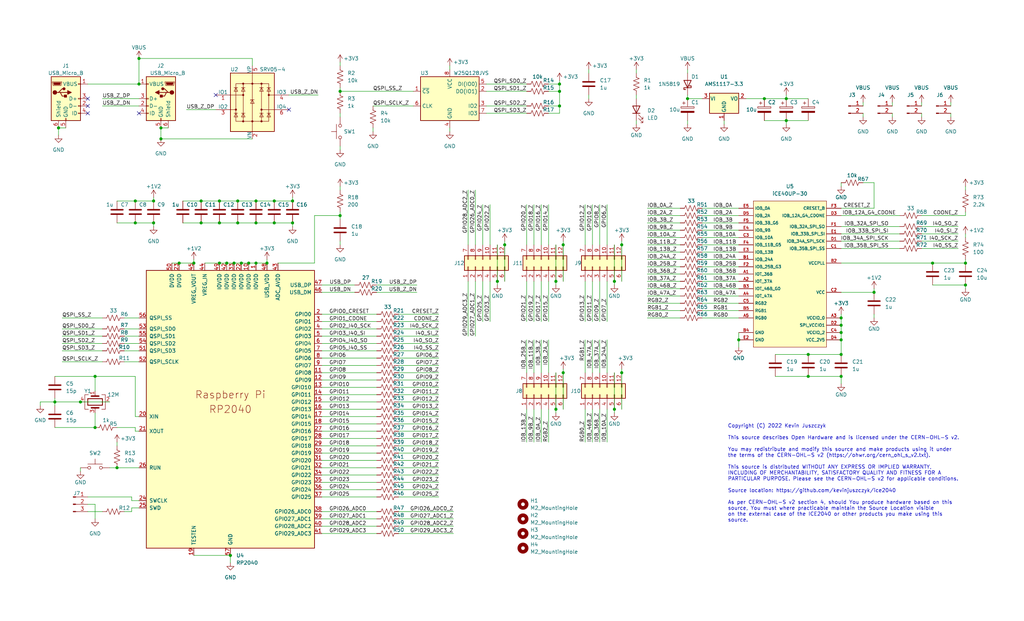
<source format=kicad_sch>
(kicad_sch (version 20211123) (generator eeschema)
  (paper "USLegal")
  (title_block (title "ice2040") (rev "1"))
  (junction (at 19.05 139.7))
  (junction (at 53.34 77.47))
  (junction (at 280.67 130.81))
  (junction (at 82.55 77.47))
  (junction (at 76.2 77.47))
  (junction (at 194.31 29.21))
  (junction (at 256.54 118.11))
  (junction (at 280.67 123.19))
  (junction (at 48.26 20.32))
  (junction (at 95.25 69.85))
  (junction (at 175.26 85.09))
  (junction (at 55.88 48.26))
  (junction (at 78.74 91.44))
  (junction (at 265.43 34.29))
  (junction (at 33.02 148.59))
  (junction (at 88.9 77.47))
  (junction (at 95.25 77.47))
  (junction (at 195.58 85.09))
  (junction (at 40.64 162.56))
  (junction (at 323.85 91.44))
  (junction (at 292.1 130.81))
  (junction (at 118.11 74.93))
  (junction (at 76.2 69.85))
  (junction (at 92.71 91.44))
  (junction (at 86.36 91.44))
  (junction (at 27.94 139.7))
  (junction (at 62.23 91.44))
  (junction (at 48.26 29.21))
  (junction (at 20.32 44.45))
  (junction (at 69.85 77.47))
  (junction (at 335.28 99.06))
  (junction (at 303.53 101.6))
  (junction (at 82.55 69.85))
  (junction (at 213.36 142.24))
  (junction (at 83.82 91.44))
  (junction (at 46.99 77.47))
  (junction (at 194.31 31.75))
  (junction (at 80.01 193.04))
  (junction (at 118.11 31.75))
  (junction (at 213.36 97.79))
  (junction (at 335.28 91.44))
  (junction (at 273.05 41.91))
  (junction (at 194.31 36.83))
  (junction (at 195.58 129.54))
  (junction (at 69.85 69.85))
  (junction (at 292.1 110.49))
  (junction (at 33.02 130.81))
  (junction (at 193.04 97.79))
  (junction (at 292.1 113.03))
  (junction (at 215.9 85.09))
  (junction (at 292.1 118.11))
  (junction (at 101.6 69.85))
  (junction (at 238.76 34.29))
  (junction (at 88.9 91.44))
  (junction (at 292.1 115.57))
  (junction (at 76.2 91.44))
  (junction (at 46.99 69.85))
  (junction (at 81.28 91.44))
  (junction (at 193.04 142.24))
  (junction (at 101.6 77.47))
  (junction (at 273.05 34.29))
  (junction (at 55.88 44.45))
  (junction (at 292.1 123.19))
  (junction (at 172.72 97.79))
  (junction (at 215.9 129.54))
  (junction (at 88.9 69.85))
  (junction (at 67.31 91.44))
  (junction (at 53.34 69.85))
  (no_connect (at 74.93 33.02))
  (no_connect (at 100.33 38.1))
  (no_connect (at 48.26 39.37))
  (no_connect (at 30.48 39.37))
  (no_connect (at 30.48 36.83))
  (no_connect (at 30.48 34.29))
  (wire (pts (xy 48.26 34.29) (xy 35.56 34.29)))
  (wire (pts (xy 111.76 160.02) (xy 130.81 160.02)))
  (wire (pts (xy 299.72 39.37) (xy 299.72 40.64)))
  (wire (pts (xy 190.5 118.11) (xy 190.5 129.54)))
  (wire (pts (xy 82.55 77.47) (xy 88.9 77.47)))
  (wire (pts (xy 46.99 149.86) (xy 46.99 148.59)))
  (wire (pts (xy 224.79 72.39) (xy 236.22 72.39)))
  (wire (pts (xy 238.76 34.29) (xy 243.84 34.29)))
  (wire (pts (xy 152.4 149.86) (xy 138.43 149.86)))
  (wire (pts (xy 303.53 63.5) (xy 299.72 63.5)))
  (wire (pts (xy 292.1 74.93) (xy 312.42 74.93)))
  (wire (pts (xy 208.28 71.12) (xy 208.28 85.09)))
  (wire (pts (xy 130.81 101.6) (xy 144.78 101.6)))
  (wire (pts (xy 152.4 132.08) (xy 138.43 132.08)))
  (wire (pts (xy 185.42 71.12) (xy 185.42 85.09)))
  (wire (pts (xy 185.42 153.67) (xy 185.42 142.24)))
  (wire (pts (xy 213.36 97.79) (xy 213.36 85.09)))
  (wire (pts (xy 157.48 177.8) (xy 138.43 177.8)))
  (wire (pts (xy 46.99 130.81) (xy 33.02 130.81)))
  (wire (pts (xy 265.43 34.29) (xy 273.05 34.29)))
  (wire (pts (xy 292.1 113.03) (xy 292.1 110.49)))
  (wire (pts (xy 195.58 128.27) (xy 195.58 129.54)))
  (wire (pts (xy 265.43 41.91) (xy 273.05 41.91)))
  (wire (pts (xy 111.76 99.06) (xy 123.19 99.06)))
  (wire (pts (xy 210.82 153.67) (xy 210.82 142.24)))
  (wire (pts (xy 63.5 77.47) (xy 69.85 77.47)))
  (wire (pts (xy 182.88 29.21) (xy 168.91 29.21)))
  (wire (pts (xy 95.25 77.47) (xy 101.6 77.47)))
  (wire (pts (xy 165.1 116.84) (xy 165.1 97.79)))
  (wire (pts (xy 172.72 97.79) (xy 172.72 85.09)))
  (wire (pts (xy 243.84 82.55) (xy 256.54 82.55)))
  (wire (pts (xy 30.48 172.72) (xy 45.72 172.72)))
  (wire (pts (xy 243.84 97.79) (xy 256.54 97.79)))
  (wire (pts (xy 320.04 86.36) (xy 332.74 86.36)))
  (wire (pts (xy 280.67 130.81) (xy 292.1 130.81)))
  (wire (pts (xy 138.43 111.76) (xy 152.4 111.76)))
  (wire (pts (xy 53.34 68.58) (xy 53.34 69.85)))
  (wire (pts (xy 175.26 85.09) (xy 175.26 97.79)))
  (wire (pts (xy 152.4 160.02) (xy 138.43 160.02)))
  (wire (pts (xy 33.02 175.26) (xy 30.48 175.26)))
  (wire (pts (xy 81.28 91.44) (xy 83.82 91.44)))
  (wire (pts (xy 259.08 34.29) (xy 265.43 34.29)))
  (wire (pts (xy 205.74 153.67) (xy 205.74 142.24)))
  (wire (pts (xy 224.79 90.17) (xy 236.22 90.17)))
  (wire (pts (xy 185.42 111.76) (xy 185.42 97.79)))
  (wire (pts (xy 210.82 118.11) (xy 210.82 129.54)))
  (wire (pts (xy 40.64 69.85) (xy 46.99 69.85)))
  (wire (pts (xy 203.2 153.67) (xy 203.2 142.24)))
  (wire (pts (xy 43.18 110.49) (xy 48.26 110.49)))
  (wire (pts (xy 118.11 64.77) (xy 118.11 66.04)))
  (wire (pts (xy 273.05 33.02) (xy 273.05 34.29)))
  (wire (pts (xy 152.4 167.64) (xy 138.43 167.64)))
  (wire (pts (xy 152.4 162.56) (xy 138.43 162.56)))
  (wire (pts (xy 20.32 44.45) (xy 22.86 44.45)))
  (wire (pts (xy 118.11 31.75) (xy 143.51 31.75)))
  (wire (pts (xy 111.76 111.76) (xy 130.81 111.76)))
  (wire (pts (xy 243.84 74.93) (xy 256.54 74.93)))
  (wire (pts (xy 111.76 137.16) (xy 130.81 137.16)))
  (wire (pts (xy 292.1 86.36) (xy 312.42 86.36)))
  (wire (pts (xy 152.4 157.48) (xy 138.43 157.48)))
  (wire (pts (xy 45.72 173.99) (xy 45.72 172.72)))
  (wire (pts (xy 303.53 72.39) (xy 303.53 63.5)))
  (wire (pts (xy 330.2 35.56) (xy 330.2 36.83)))
  (wire (pts (xy 195.58 129.54) (xy 195.58 142.24)))
  (wire (pts (xy 208.28 153.67) (xy 208.28 142.24)))
  (wire (pts (xy 43.18 121.92) (xy 48.26 121.92)))
  (wire (pts (xy 190.5 111.76) (xy 190.5 97.79)))
  (wire (pts (xy 27.94 162.56) (xy 27.94 163.83)))
  (wire (pts (xy 292.1 78.74) (xy 312.42 78.74)))
  (wire (pts (xy 71.12 91.44) (xy 76.2 91.44)))
  (wire (pts (xy 193.04 97.79) (xy 193.04 85.09)))
  (wire (pts (xy 303.53 109.22) (xy 303.53 110.49)))
  (wire (pts (xy 69.85 77.47) (xy 76.2 77.47)))
  (wire (pts (xy 224.79 82.55) (xy 236.22 82.55)))
  (wire (pts (xy 13.97 139.7) (xy 13.97 140.97)))
  (wire (pts (xy 320.04 78.74) (xy 332.74 78.74)))
  (wire (pts (xy 33.02 143.51) (xy 33.02 148.59)))
  (wire (pts (xy 118.11 21.59) (xy 118.11 22.86)))
  (wire (pts (xy 292.1 101.6) (xy 303.53 101.6)))
  (wire (pts (xy 48.26 20.32) (xy 48.26 29.21)))
  (wire (pts (xy 55.88 48.26) (xy 87.63 48.26)))
  (wire (pts (xy 193.04 97.79) (xy 193.04 99.06)))
  (wire (pts (xy 21.59 121.92) (xy 35.56 121.92)))
  (wire (pts (xy 224.79 77.47) (xy 236.22 77.47)))
  (wire (pts (xy 111.76 139.7) (xy 130.81 139.7)))
  (wire (pts (xy 19.05 138.43) (xy 19.05 139.7)))
  (wire (pts (xy 38.1 162.56) (xy 40.64 162.56)))
  (wire (pts (xy 243.84 107.95) (xy 256.54 107.95)))
  (wire (pts (xy 182.88 36.83) (xy 168.91 36.83)))
  (wire (pts (xy 335.28 64.77) (xy 335.28 66.04)))
  (wire (pts (xy 182.88 153.67) (xy 182.88 142.24)))
  (wire (pts (xy 152.4 147.32) (xy 138.43 147.32)))
  (wire (pts (xy 21.59 114.3) (xy 35.56 114.3)))
  (wire (pts (xy 152.4 124.46) (xy 138.43 124.46)))
  (wire (pts (xy 269.24 123.19) (xy 280.67 123.19)))
  (wire (pts (xy 88.9 77.47) (xy 95.25 77.47)))
  (wire (pts (xy 243.84 80.01) (xy 256.54 80.01)))
  (wire (pts (xy 138.43 119.38) (xy 152.4 119.38)))
  (wire (pts (xy 33.02 135.89) (xy 33.02 130.81)))
  (wire (pts (xy 152.4 137.16) (xy 138.43 137.16)))
  (wire (pts (xy 27.94 139.7) (xy 38.1 139.7)))
  (wire (pts (xy 185.42 118.11) (xy 185.42 129.54)))
  (wire (pts (xy 243.84 95.25) (xy 256.54 95.25)))
  (wire (pts (xy 210.82 111.76) (xy 210.82 97.79)))
  (wire (pts (xy 162.56 116.84) (xy 162.56 97.79)))
  (wire (pts (xy 224.79 102.87) (xy 236.22 102.87)))
  (wire (pts (xy 43.18 125.73) (xy 48.26 125.73)))
  (wire (pts (xy 292.1 109.22) (xy 292.1 110.49)))
  (wire (pts (xy 67.31 193.04) (xy 80.01 193.04)))
  (wire (pts (xy 152.4 127) (xy 138.43 127)))
  (wire (pts (xy 208.28 118.11) (xy 208.28 129.54)))
  (wire (pts (xy 256.54 115.57) (xy 256.54 118.11)))
  (wire (pts (xy 118.11 74.93) (xy 118.11 76.2)))
  (wire (pts (xy 82.55 69.85) (xy 88.9 69.85)))
  (wire (pts (xy 46.99 130.81) (xy 46.99 144.78)))
  (wire (pts (xy 21.59 110.49) (xy 35.56 110.49)))
  (wire (pts (xy 243.84 100.33) (xy 256.54 100.33)))
  (wire (pts (xy 48.26 149.86) (xy 46.99 149.86)))
  (wire (pts (xy 320.04 39.37) (xy 320.04 40.64)))
  (wire (pts (xy 111.76 116.84) (xy 130.81 116.84)))
  (wire (pts (xy 74.93 38.1) (xy 64.77 38.1)))
  (wire (pts (xy 208.28 111.76) (xy 208.28 97.79)))
  (wire (pts (xy 243.84 77.47) (xy 256.54 77.47)))
  (wire (pts (xy 118.11 39.37) (xy 118.11 40.64)))
  (wire (pts (xy 138.43 121.92) (xy 152.4 121.92)))
  (wire (pts (xy 224.79 85.09) (xy 236.22 85.09)))
  (wire (pts (xy 87.63 20.32) (xy 48.26 20.32)))
  (wire (pts (xy 111.76 167.64) (xy 130.81 167.64)))
  (wire (pts (xy 95.25 69.85) (xy 101.6 69.85)))
  (wire (pts (xy 203.2 71.12) (xy 203.2 85.09)))
  (wire (pts (xy 152.4 142.24) (xy 138.43 142.24)))
  (wire (pts (xy 320.04 83.82) (xy 332.74 83.82)))
  (wire (pts (xy 309.88 39.37) (xy 309.88 40.64)))
  (wire (pts (xy 224.79 97.79) (xy 236.22 97.79)))
  (wire (pts (xy 243.84 90.17) (xy 256.54 90.17)))
  (wire (pts (xy 205.74 111.76) (xy 205.74 97.79)))
  (wire (pts (xy 224.79 110.49) (xy 236.22 110.49)))
  (wire (pts (xy 111.76 144.78) (xy 130.81 144.78)))
  (wire (pts (xy 193.04 142.24) (xy 193.04 143.51)))
  (wire (pts (xy 273.05 34.29) (xy 280.67 34.29)))
  (wire (pts (xy 109.22 91.44) (xy 109.22 74.93)))
  (wire (pts (xy 238.76 24.13) (xy 238.76 25.4)))
  (wire (pts (xy 243.84 87.63) (xy 256.54 87.63)))
  (wire (pts (xy 167.64 111.76) (xy 167.64 97.79)))
  (wire (pts (xy 320.04 81.28) (xy 332.74 81.28)))
  (wire (pts (xy 118.11 50.8) (xy 118.11 52.07)))
  (wire (pts (xy 118.11 30.48) (xy 118.11 31.75)))
  (wire (pts (xy 330.2 39.37) (xy 330.2 40.64)))
  (wire (pts (xy 111.76 121.92) (xy 130.81 121.92)))
  (wire (pts (xy 194.31 31.75) (xy 194.31 36.83)))
  (wire (pts (xy 157.48 182.88) (xy 138.43 182.88)))
  (wire (pts (xy 280.67 123.19) (xy 292.1 123.19)))
  (wire (pts (xy 43.18 119.38) (xy 48.26 119.38)))
  (wire (pts (xy 194.31 29.21) (xy 194.31 31.75)))
  (wire (pts (xy 138.43 116.84) (xy 152.4 116.84)))
  (wire (pts (xy 111.76 165.1) (xy 130.81 165.1)))
  (wire (pts (xy 69.85 69.85) (xy 76.2 69.85)))
  (wire (pts (xy 335.28 90.17) (xy 335.28 91.44)))
  (wire (pts (xy 203.2 118.11) (xy 203.2 129.54)))
  (wire (pts (xy 224.79 105.41) (xy 236.22 105.41)))
  (wire (pts (xy 80.01 193.04) (xy 80.01 195.58)))
  (wire (pts (xy 167.64 71.12) (xy 167.64 85.09)))
  (wire (pts (xy 45.72 176.53) (xy 45.72 177.8)))
  (wire (pts (xy 111.76 109.22) (xy 130.81 109.22)))
  (wire (pts (xy 152.4 139.7) (xy 138.43 139.7)))
  (wire (pts (xy 292.1 118.11) (xy 292.1 123.19)))
  (wire (pts (xy 59.69 91.44) (xy 62.23 91.44)))
  (wire (pts (xy 111.76 182.88) (xy 130.81 182.88)))
  (wire (pts (xy 170.18 71.12) (xy 170.18 85.09)))
  (wire (pts (xy 45.72 177.8) (xy 43.18 177.8)))
  (wire (pts (xy 88.9 91.44) (xy 92.71 91.44)))
  (wire (pts (xy 205.74 118.11) (xy 205.74 129.54)))
  (wire (pts (xy 195.58 85.09) (xy 195.58 97.79)))
  (wire (pts (xy 76.2 77.47) (xy 82.55 77.47)))
  (wire (pts (xy 111.76 152.4) (xy 130.81 152.4)))
  (wire (pts (xy 215.9 128.27) (xy 215.9 129.54)))
  (wire (pts (xy 215.9 85.09) (xy 215.9 97.79)))
  (wire (pts (xy 203.2 111.76) (xy 203.2 97.79)))
  (wire (pts (xy 213.36 97.79) (xy 213.36 99.06)))
  (wire (pts (xy 111.76 172.72) (xy 130.81 172.72)))
  (wire (pts (xy 21.59 125.73) (xy 35.56 125.73)))
  (wire (pts (xy 224.79 95.25) (xy 236.22 95.25)))
  (wire (pts (xy 152.4 129.54) (xy 138.43 129.54)))
  (wire (pts (xy 187.96 153.67) (xy 187.96 142.24)))
  (wire (pts (xy 111.76 119.38) (xy 130.81 119.38)))
  (wire (pts (xy 40.64 162.56) (xy 48.26 162.56)))
  (wire (pts (xy 220.98 24.13) (xy 220.98 25.4)))
  (wire (pts (xy 111.76 170.18) (xy 130.81 170.18)))
  (wire (pts (xy 224.79 87.63) (xy 236.22 87.63)))
  (wire (pts (xy 87.63 22.86) (xy 87.63 20.32)))
  (wire (pts (xy 204.47 24.13) (xy 204.47 25.4)))
  (wire (pts (xy 43.18 114.3) (xy 48.26 114.3)))
  (wire (pts (xy 238.76 33.02) (xy 238.76 34.29)))
  (wire (pts (xy 182.88 39.37) (xy 168.91 39.37)))
  (wire (pts (xy 243.84 110.49) (xy 256.54 110.49)))
  (wire (pts (xy 111.76 149.86) (xy 130.81 149.86)))
  (wire (pts (xy 190.5 29.21) (xy 194.31 29.21)))
  (wire (pts (xy 224.79 74.93) (xy 236.22 74.93)))
  (wire (pts (xy 129.54 44.45) (xy 129.54 45.72)))
  (wire (pts (xy 243.84 105.41) (xy 256.54 105.41)))
  (wire (pts (xy 111.76 154.94) (xy 130.81 154.94)))
  (wire (pts (xy 33.02 130.81) (xy 19.05 130.81)))
  (wire (pts (xy 292.1 83.82) (xy 312.42 83.82)))
  (wire (pts (xy 118.11 83.82) (xy 118.11 85.09)))
  (wire (pts (xy 303.53 100.33) (xy 303.53 101.6)))
  (wire (pts (xy 194.31 39.37) (xy 190.5 39.37)))
  (wire (pts (xy 63.5 69.85) (xy 69.85 69.85)))
  (wire (pts (xy 256.54 118.11) (xy 256.54 120.65)))
  (wire (pts (xy 92.71 90.17) (xy 92.71 91.44)))
  (wire (pts (xy 243.84 102.87) (xy 256.54 102.87)))
  (wire (pts (xy 190.5 31.75) (xy 194.31 31.75)))
  (wire (pts (xy 111.76 157.48) (xy 130.81 157.48)))
  (wire (pts (xy 152.4 152.4) (xy 138.43 152.4)))
  (wire (pts (xy 30.48 177.8) (xy 35.56 177.8)))
  (wire (pts (xy 210.82 71.12) (xy 210.82 85.09)))
  (wire (pts (xy 320.04 35.56) (xy 320.04 36.83)))
  (wire (pts (xy 273.05 41.91) (xy 273.05 43.18)))
  (wire (pts (xy 175.26 83.82) (xy 175.26 85.09)))
  (wire (pts (xy 152.4 134.62) (xy 138.43 134.62)))
  (wire (pts (xy 172.72 97.79) (xy 172.72 99.06)))
  (wire (pts (xy 46.99 69.85) (xy 53.34 69.85)))
  (wire (pts (xy 40.64 153.67) (xy 40.64 154.94)))
  (wire (pts (xy 152.4 144.78) (xy 138.43 144.78)))
  (wire (pts (xy 157.48 180.34) (xy 138.43 180.34)))
  (wire (pts (xy 224.79 92.71) (xy 236.22 92.71)))
  (wire (pts (xy 67.31 90.17) (xy 67.31 91.44)))
  (wire (pts (xy 138.43 114.3) (xy 152.4 114.3)))
  (wire (pts (xy 55.88 44.45) (xy 55.88 48.26)))
  (wire (pts (xy 309.88 35.56) (xy 309.88 36.83)))
  (wire (pts (xy 273.05 41.91) (xy 280.67 41.91)))
  (wire (pts (xy 187.96 118.11) (xy 187.96 129.54)))
  (wire (pts (xy 292.1 81.28) (xy 312.42 81.28)))
  (wire (pts (xy 111.76 177.8) (xy 130.81 177.8)))
  (wire (pts (xy 100.33 33.02) (xy 110.49 33.02)))
  (wire (pts (xy 243.84 72.39) (xy 256.54 72.39)))
  (wire (pts (xy 86.36 91.44) (xy 88.9 91.44)))
  (wire (pts (xy 224.79 100.33) (xy 236.22 100.33)))
  (wire (pts (xy 335.28 73.66) (xy 335.28 74.93)))
  (wire (pts (xy 111.76 127) (xy 130.81 127)))
  (wire (pts (xy 33.02 148.59) (xy 19.05 148.59)))
  (wire (pts (xy 204.47 33.02) (xy 204.47 34.29)))
  (wire (pts (xy 335.28 81.28) (xy 335.28 82.55)))
  (wire (pts (xy 243.84 92.71) (xy 256.54 92.71)))
  (wire (pts (xy 194.31 36.83) (xy 194.31 39.37)))
  (wire (pts (xy 157.48 185.42) (xy 138.43 185.42)))
  (wire (pts (xy 111.76 162.56) (xy 130.81 162.56)))
  (wire (pts (xy 111.76 180.34) (xy 130.81 180.34)))
  (wire (pts (xy 48.26 176.53) (xy 45.72 176.53)))
  (wire (pts (xy 130.81 99.06) (xy 144.78 99.06)))
  (wire (pts (xy 76.2 69.85) (xy 82.55 69.85)))
  (wire (pts (xy 215.9 83.82) (xy 215.9 85.09)))
  (wire (pts (xy 292.1 72.39) (xy 303.53 72.39)))
  (wire (pts (xy 335.28 99.06) (xy 335.28 100.33)))
  (wire (pts (xy 13.97 139.7) (xy 19.05 139.7)))
  (wire (pts (xy 21.59 119.38) (xy 35.56 119.38)))
  (wire (pts (xy 48.26 36.83) (xy 35.56 36.83)))
  (wire (pts (xy 213.36 129.54) (xy 213.36 142.24)))
  (wire (pts (xy 292.1 118.11) (xy 292.1 115.57)))
  (wire (pts (xy 111.76 132.08) (xy 130.81 132.08)))
  (wire (pts (xy 190.5 36.83) (xy 194.31 36.83)))
  (wire (pts (xy 193.04 129.54) (xy 193.04 142.24)))
  (wire (pts (xy 76.2 91.44) (xy 78.74 91.44)))
  (wire (pts (xy 19.05 139.7) (xy 27.94 139.7)))
  (wire (pts (xy 101.6 77.47) (xy 101.6 78.74)))
  (wire (pts (xy 243.84 85.09) (xy 256.54 85.09)))
  (wire (pts (xy 165.1 66.04) (xy 165.1 85.09)))
  (wire (pts (xy 195.58 83.82) (xy 195.58 85.09)))
  (wire (pts (xy 238.76 41.91) (xy 238.76 43.18)))
  (wire (pts (xy 251.46 41.91) (xy 251.46 43.18)))
  (wire (pts (xy 129.54 36.83) (xy 143.51 36.83)))
  (wire (pts (xy 162.56 66.04) (xy 162.56 85.09)))
  (wire (pts (xy 96.52 91.44) (xy 109.22 91.44)))
  (wire (pts (xy 138.43 109.22) (xy 152.4 109.22)))
  (wire (pts (xy 109.22 74.93) (xy 118.11 74.93)))
  (wire (pts (xy 48.26 173.99) (xy 45.72 173.99)))
  (wire (pts (xy 292.1 130.81) (xy 292.1 133.35)))
  (wire (pts (xy 43.18 116.84) (xy 48.26 116.84)))
  (wire (pts (xy 111.76 185.42) (xy 130.81 185.42)))
  (wire (pts (xy 190.5 71.12) (xy 190.5 85.09)))
  (wire (pts (xy 111.76 134.62) (xy 130.81 134.62)))
  (wire (pts (xy 40.64 148.59) (xy 46.99 148.59)))
  (wire (pts (xy 111.76 114.3) (xy 130.81 114.3)))
  (wire (pts (xy 33.02 175.26) (xy 33.02 180.34)))
  (wire (pts (xy 292.1 63.5) (xy 292.1 64.77)))
  (wire (pts (xy 182.88 118.11) (xy 182.88 129.54)))
  (wire (pts (xy 187.96 71.12) (xy 187.96 85.09)))
  (wire (pts (xy 88.9 69.85) (xy 95.25 69.85)))
  (wire (pts (xy 152.4 165.1) (xy 138.43 165.1)))
  (wire (pts (xy 215.9 129.54) (xy 215.9 142.24)))
  (wire (pts (xy 152.4 170.18) (xy 138.43 170.18)))
  (wire (pts (xy 292.1 115.57) (xy 292.1 113.03)))
  (wire (pts (xy 111.76 129.54) (xy 130.81 129.54)))
  (wire (pts (xy 205.74 71.12) (xy 205.74 85.09)))
  (wire (pts (xy 101.6 68.58) (xy 101.6 69.85)))
  (wire (pts (xy 83.82 91.44) (xy 86.36 91.44)))
  (wire (pts (xy 111.76 101.6) (xy 123.19 101.6)))
  (wire (pts (xy 170.18 111.76) (xy 170.18 97.79)))
  (wire (pts (xy 156.21 22.86) (xy 156.21 24.13)))
  (wire (pts (xy 118.11 73.66) (xy 118.11 74.93)))
  (wire (pts (xy 182.88 31.75) (xy 168.91 31.75)))
  (wire (pts (xy 320.04 74.93) (xy 335.28 74.93)))
  (wire (pts (xy 55.88 44.45) (xy 58.42 44.45)))
  (wire (pts (xy 46.99 77.47) (xy 53.34 77.47)))
  (wire (pts (xy 220.98 33.02) (xy 220.98 34.29)))
  (wire (pts (xy 187.96 111.76) (xy 187.96 97.79)))
  (wire (pts (xy 194.31 27.94) (xy 194.31 29.21)))
  (wire (pts (xy 156.21 44.45) (xy 156.21 45.72)))
  (wire (pts (xy 224.79 80.01) (xy 236.22 80.01)))
  (wire (pts (xy 62.23 91.44) (xy 67.31 91.44)))
  (wire (pts (xy 78.74 91.44) (xy 81.28 91.44)))
  (wire (pts (xy 111.76 147.32) (xy 130.81 147.32)))
  (wire (pts (xy 152.4 172.72) (xy 138.43 172.72)))
  (wire (pts (xy 111.76 142.24) (xy 130.81 142.24)))
  (wire (pts (xy 53.34 77.47) (xy 53.34 78.74)))
  (wire (pts (xy 182.88 71.12) (xy 182.88 85.09)))
  (wire (pts (xy 20.32 44.45) (xy 20.32 46.99)))
  (wire (pts (xy 182.88 111.76) (xy 182.88 97.79)))
  (wire (pts (xy 152.4 154.94) (xy 138.43 154.94)))
  (wire (pts (xy 335.28 99.06) (xy 323.85 99.06)))
  (wire (pts (xy 111.76 124.46) (xy 130.81 124.46)))
  (wire (pts (xy 269.24 130.81) (xy 280.67 130.81)))
  (wire (pts (xy 213.36 142.24) (xy 213.36 143.51)))
  (wire (pts (xy 323.85 91.44) (xy 335.28 91.44)))
  (wire (pts (xy 19.05 139.7) (xy 19.05 140.97)))
  (wire (pts (xy 40.64 77.47) (xy 46.99 77.47)))
  (wire (pts (xy 190.5 153.67) (xy 190.5 142.24)))
  (wire (pts (xy 299.72 35.56) (xy 299.72 36.83)))
  (wire (pts (xy 292.1 91.44) (xy 323.85 91.44)))
  (wire (pts (xy 224.79 107.95) (xy 236.22 107.95)))
  (wire (pts (xy 21.59 116.84) (xy 35.56 116.84)))
  (wire (pts (xy 30.48 29.21) (xy 48.26 29.21)))
  (wire (pts (xy 220.98 41.91) (xy 220.98 43.18)))
  (wire (pts (xy 48.26 144.78) (xy 46.99 144.78)))
  (text "Copyright (C) 2022 Kevin Juszczyk\n\nThis source describes Open Hardware and is licensed under the CERN-OHL-S v2. \n\nYou may redistribute and modify this source and make products using it under \nthe terms of the CERN-OHL-S v2 (https://ohwr.org/cern_ohl_s_v2.txt).         \n\nThis source is distributed WITHOUT ANY EXPRESS OR IMPLIED WARRANTY,          \nINCLUDING OF MERCHANTABILITY, SATISFACTORY QUALITY AND FITNESS FOR A         \nPARTICULAR PURPOSE. Please see the CERN-OHL-S v2 for applicable conditions.  \n\nSource location: https://github.com/kevinjuszczyk/ice2040                    \n\nAs per CERN-OHL-S v2 section 4, should You produce hardware based on this    \nsource, You must where practicable maintain the Source Location visible      \non the external case of the ICE2040 or other products you make using this    \nsource.                                                                      \n" (at 252.73 181.61 0) (effects (font (size 1.27 1.27)) (justify left bottom)))
  (label "GPIO12_Z" (at 152.4 139.7 180))
  (label "GPIO11" (at 114.3 137.16 0))
  (label "I40_SI_Z" (at 332.74 81.28 180))
  (label "GPIO14" (at 114.3 144.78 0))
  (label "IOB_34A_SPI_SCK" (at 308.61 83.82 180))
  (label "GPIO27_ADC1_Z" (at 157.48 180.34 180))
  (label "RGB2_Z" (at 190.5 153.67 90))
  (label "CRESET_Z" (at 152.4 109.22 180))
  (label "GPIO0_CRESET" (at 114.3 109.22 0))
  (label "GPIO29_ADC3_Z" (at 162.56 116.84 90))
  (label "GPIO1_CDONE" (at 114.3 111.76 0))
  (label "IOB_47A_Z" (at 224.79 102.87 0))
  (label "GPIO17" (at 114.3 152.4 0))
  (label "USB_Z_DP" (at 35.56 34.29 0))
  (label "GPIO15_Z" (at 190.5 111.76 90))
  (label "RGB1_Z" (at 203.2 118.11 270))
  (label "IOB_36B_Z" (at 224.79 95.25 0))
  (label "GPIO7_Z" (at 152.4 127 180))
  (label "GPIO20_Z" (at 152.4 160.02 180))
  (label "QSPI_SD3_Z" (at 21.59 121.92 0))
  (label "IOB_33B_SPI_SI" (at 308.61 81.28 180))
  (label "RGB2" (at 247.65 105.41 0))
  (label "GPIO8_Z" (at 208.28 71.12 270))
  (label "RGB0_Z" (at 203.2 153.67 90))
  (label "QSPI_SD0_Z" (at 182.88 29.21 180))
  (label "IOB_3B" (at 247.65 77.47 0))
  (label "GPIO8" (at 114.3 129.54 0))
  (label "GPIO11_Z" (at 205.74 111.76 90))
  (label "IOB_36B_Z" (at 208.28 153.67 90))
  (label "USB_Z_DN" (at 110.49 33.02 180))
  (label "USB_DP" (at 121.92 99.06 180))
  (label "QSPI_SD0_Z" (at 21.59 114.3 0))
  (label "IOB_46B_Z" (at 205.74 153.67 90))
  (label "CDONE_Z" (at 152.4 111.76 180))
  (label "I40_SO_Z" (at 332.74 78.74 180))
  (label "GPIO19" (at 114.3 157.48 0))
  (label "IOB_13B_Z" (at 224.79 87.63 0))
  (label "GPIO3_I40_SI" (at 114.3 116.84 0))
  (label "IOB_46B_Z" (at 224.79 100.33 0))
  (label "RGB1" (at 247.65 107.95 0))
  (label "GPIO4_I40_SO" (at 114.3 119.38 0))
  (label "GPIO13_Z" (at 152.4 142.24 180))
  (label "IOB_47A_Z" (at 205.74 118.11 270))
  (label "GPIO21_Z" (at 182.88 111.76 90))
  (label "RGB0_Z" (at 224.79 110.49 0))
  (label "I40_SCK_Z" (at 332.74 83.82 180))
  (label "GPIO12" (at 114.3 139.7 0))
  (label "GPIO20_Z" (at 182.88 71.12 270))
  (label "USB_Z_DN" (at 35.56 36.83 0))
  (label "GPIO7" (at 114.3 127 0))
  (label "GPIO24_Z" (at 167.64 71.12 270))
  (label "GPIO17_Z" (at 187.96 111.76 90))
  (label "QSPI_SCLK_Z" (at 21.59 125.73 0))
  (label "GPIO22" (at 114.3 165.1 0))
  (label "IOB_0A" (at 247.65 72.39 0))
  (label "IOB_9B_Z" (at 185.42 153.67 90))
  (label "IOB_11B" (at 247.65 85.09 0))
  (label "IOB_9B_Z" (at 224.79 80.01 0))
  (label "GPIO12_Z" (at 203.2 71.12 270))
  (label "GPIO28_ADC2_Z" (at 157.48 182.88 180))
  (label "GPIO25" (at 114.3 172.72 0))
  (label "IOB_25B" (at 247.65 92.71 0))
  (label "GPIO28_ADC2" (at 114.3 182.88 0))
  (label "GPIO19_Z" (at 185.42 111.76 90))
  (label "GPIO11_Z" (at 152.4 137.16 180))
  (label "I40_SO_Z" (at 152.4 119.38 180))
  (label "IOB_25B_Z" (at 224.79 92.71 0))
  (label "GPIO10_Z" (at 152.4 134.62 180))
  (label "GPIO6" (at 114.3 124.46 0))
  (label "GPIO15_Z" (at 152.4 147.32 180))
  (label "I40_SCK_Z" (at 152.4 114.3 180))
  (label "GPIO18_Z" (at 152.4 154.94 180))
  (label "GPIO25_Z" (at 167.64 111.76 90))
  (label "GPIO10" (at 114.3 134.62 0))
  (label "GPIO18_Z" (at 185.42 71.12 270))
  (label "GPIO27_ADC1" (at 114.3 180.34 0))
  (label "IOB_35B_SPI_SS" (at 308.61 86.36 180))
  (label "IOB_13B_Z" (at 182.88 153.67 90))
  (label "GPIO16_Z" (at 152.4 149.86 180))
  (label "IOB_9B" (at 247.65 80.01 0))
  (label "GPIO21_Z" (at 152.4 162.56 180))
  (label "GPIO2_I40_SCK" (at 114.3 114.3 0))
  (label "IOB_11B_Z" (at 185.42 118.11 270))
  (label "IOB_10A_Z" (at 210.82 153.67 90))
  (label "QSPI_SCLK_Z" (at 129.54 36.83 0))
  (label "GPIO26_ADC0_Z" (at 157.48 177.8 180))
  (label "IOB_46B" (at 247.65 100.33 0))
  (label "IOB_10A_Z" (at 224.79 82.55 0))
  (label "GPIO17_Z" (at 152.4 152.4 180))
  (label "IOB_25B_Z" (at 182.88 118.11 270))
  (label "IOB_2A_Z" (at 224.79 74.93 0))
  (label "IOB_24A_Z" (at 224.79 90.17 0))
  (label "USB_Z_DP" (at 144.78 99.06 180))
  (label "GPIO25_Z" (at 152.4 172.72 180))
  (label "GPIO6_Z" (at 152.4 124.46 180))
  (label "USB_DN" (at 121.92 101.6 180))
  (label "IOB_3B_Z" (at 224.79 77.47 0))
  (label "QSPI_SD3_Z" (at 182.88 39.37 180))
  (label "GPIO26_ADC0_Z" (at 165.1 66.04 270))
  (label "RGB1_Z" (at 224.79 107.95 0))
  (label "IOB_0A_Z" (at 224.79 72.39 0))
  (label "QSPI_SD1_Z" (at 21.59 116.84 0))
  (label "IOB_2A_Z" (at 190.5 118.11 270))
  (label "GPIO19_Z" (at 152.4 157.48 180))
  (label "GPIO9_Z" (at 208.28 111.76 90))
  (label "USB_Z_DN" (at 144.78 101.6 180))
  (label "I40_SS_Z" (at 152.4 121.92 180))
  (label "RGB2_Z" (at 224.79 105.41 0))
  (label "IOB_32A_SPI_SO" (at 308.61 78.74 180))
  (label "GPIO23_Z" (at 152.4 167.64 180))
  (label "GPIO23_Z" (at 170.18 111.76 90))
  (label "IOB_3B_Z" (at 187.96 118.11 270))
  (label "GPIO14_Z" (at 152.4 144.78 180))
  (label "IOB_11B_Z" (at 224.79 85.09 0))
  (label "GPIO26_ADC0" (at 114.3 177.8 0))
  (label "IOB_24A_Z" (at 210.82 118.11 270))
  (label "GPIO29_ADC3" (at 114.3 185.42 0))
  (label "GPIO24" (at 114.3 170.18 0))
  (label "CDONE_Z" (at 332.74 74.93 180))
  (label "IOB_10A" (at 247.65 82.55 0))
  (label "GPIO27_ADC1_Z" (at 165.1 116.84 90))
  (label "QSPI_SS_Z" (at 129.54 31.75 0))
  (label "GPIO6_Z" (at 210.82 71.12 270))
  (label "IOB_47A" (at 247.65 102.87 0))
  (label "I40_SS_Z" (at 332.74 86.36 180))
  (label "CRESET_Z" (at 302.26 72.39 180))
  (label "IOB_37A_Z" (at 208.28 118.11 270))
  (label "IOB_2A" (at 247.65 74.93 0))
  (label "IOB_36B" (at 247.65 95.25 0))
  (label "IOB_24A" (at 247.65 90.17 0))
  (label "GPIO13_Z" (at 203.2 111.76 90))
  (label "GPIO9" (at 114.3 132.08 0))
  (label "GPIO23" (at 114.3 167.64 0))
  (label "GPIO18" (at 114.3 154.94 0))
  (label "GPIO20" (at 114.3 160.02 0))
  (label "GPIO21" (at 114.3 162.56 0))
  (label "GPIO10_Z" (at 205.74 71.12 270))
  (label "IOB_37A_Z" (at 224.79 97.79 0))
  (label "IOB_13B" (at 247.65 87.63 0))
  (label "GPIO22_Z" (at 170.18 71.12 270))
  (label "IOB_37A" (at 247.65 97.79 0))
  (label "GPIO16_Z" (at 187.96 71.12 270))
  (label "QSPI_SD2_Z" (at 21.59 119.38 0))
  (label "GPIO24_Z" (at 152.4 170.18 180))
  (label "GPIO13" (at 114.3 142.24 0))
  (label "QSPI_SD1_Z" (at 182.88 31.75 180))
  (label "QSPI_SD2_Z" (at 182.88 36.83 180))
  (label "IOB_0A_Z" (at 187.96 153.67 90))
  (label "IOB_12A_G4_CDONE" (at 311.15 74.93 180))
  (label "QSPI_SS_Z" (at 21.59 110.49 0))
  (label "GPIO14_Z" (at 190.5 71.12 270))
  (label "GPIO15" (at 114.3 147.32 0))
  (label "GPIO28_ADC2_Z" (at 162.56 66.04 270))
  (label "GPIO9_Z" (at 152.4 132.08 180))
  (label "USB_Z_DP" (at 64.77 38.1 0))
  (label "RGB0" (at 247.65 110.49 0))
  (label "I40_SI_Z" (at 152.4 116.84 180))
  (label "GPIO5_I40_SS" (at 114.3 121.92 0))
  (label "GPIO29_ADC3_Z" (at 157.48 185.42 180))
  (label "GPIO22_Z" (at 152.4 165.1 180))
  (label "GPIO7_Z" (at 210.82 111.76 90))
  (label "GPIO16" (at 114.3 149.86 0))
  (label "GPIO8_Z" (at 152.4 129.54 180))
  (symbol (lib_id "Mechanical:MountingHole") (at 181.61 180.34 0) (unit 1)
    (property "Reference" "H2" (at 184.15 179.0699 0) (effects (justify left)))
    (property "Value" "M2_MountingHole" (at 184.15 181.6099 0) (effects (justify left)))
    (property "Footprint" "MountingHole:MountingHole_2.2mm_M2_ISO7380" (effects hide))
  )
  (symbol (lib_id "Device:C_Polarized") (at 238.76 38.1 0) (unit 1)
    (property "Reference" "C1" (at 240.03 35.56 0) (effects (justify left)))
    (property "Value" "10u" (at 232.41 38.1 0) (effects (justify left)))
    (property "Footprint" "Capacitor_Tantalum_SMD:CP_EIA-3216-18_Kemet-A" (effects hide))
    (property "LCSC" "C7171" (effects hide))
  )
  (symbol (lib_id "Device:C") (at 82.55 73.66 0) (unit 1)
    (property "Reference" "C13" (at 83.82 71.12 0) (effects (justify left)))
    (property "Value" "1u" (effects hide))
    (property "Footprint" "Capacitor_SMD:C_0402_1005Metric" (effects hide))
    (property "LCSC" "C52923" (effects hide))
  )
  (symbol (lib_id "power:GND") (at 118.11 85.09 0) (unit 1)
    (property "Reference" "#PWR039" (effects hide))
    (property "Value" "GND" (at 118.11 90.17 0))
  )
  (symbol (lib_id "Device:C") (at 292.1 127 0) (unit 1)
    (property "Reference" "C21" (at 295.91 125.7299 0) (effects (justify left)))
    (property "Value" "1u" (at 295.91 128.2699 0) (effects (justify left)))
    (property "Footprint" "Capacitor_SMD:C_0402_1005Metric" (effects hide))
    (property "LCSC" "C52923" (effects hide))
  )
  (symbol (lib_id "Device:C") (at 323.85 95.25 0) (unit 1)
    (property "Reference" "C23" (at 327.66 93.9799 0) (effects (justify left)))
    (property "Value" "1u" (at 327.66 96.5199 0) (effects (justify left)))
    (property "Footprint" "Capacitor_SMD:C_0402_1005Metric" (effects hide))
    (property "LCSC" "C52923" (effects hide))
  )
  (symbol (lib_id "Connector_Generic:Conn_02x06_Top_Bottom") (at 167.64 92.71 90) (unit 1)
    (property "Reference" "J12" (at 161.29 91.44 90) (effects (justify left)))
    (property "Value" "PMOD_HOST" (effects hide))
    (property "Footprint" "kmj_custom:PMOD_HOST" (effects hide))
  )
  (symbol (lib_id "Device:R_US") (at 134.62 127 270) (unit 1)
    (property "Reference" "R28" (at 138.43 125.73 90))
    (property "Value" "33" (effects hide))
    (property "Footprint" "Resistor_SMD:R_0402_1005Metric" (effects hide))
    (property "LCSC" "C25105" (effects hide))
  )
  (symbol (lib_id "power:GND") (at 193.04 143.51 0) (unit 1)
    (property "Reference" "#PWR042" (effects hide))
    (property "Value" "GND" (at 193.04 147.32 0))
  )
  (symbol (lib_id "power:+3V3") (at 195.58 83.82 0) (unit 1)
    (property "Reference" "#PWR053" (effects hide))
    (property "Value" "+3V3" (at 195.58 80.01 0))
  )
  (symbol (lib_id "rp2040:RP2040") (at 80.01 142.24 0) (unit 1)
    (property "Reference" "U4" (at 82.0294 193.04 0) (effects (justify left)))
    (property "Value" "RP2040" (at 82.0294 195.58 0) (effects (justify left)))
    (property "Footprint" "kmj_custom:QFN-56-1EP_7x7mm_P0.4mm_EP3.2x3.2mm_MoreThermalVias" (effects hide))
    (property "LCSC" "C2040" (effects hide))
  )
  (symbol (lib_id "power:GND") (at 303.53 110.49 0) (unit 1)
    (property "Reference" "#PWR052" (effects hide))
    (property "Value" "GND" (at 303.53 114.3 0))
  )
  (symbol (lib_id "Device:R_US") (at 134.62 142.24 270) (unit 1)
    (property "Reference" "R34" (at 138.43 140.97 90))
    (property "Value" "33" (effects hide))
    (property "Footprint" "Resistor_SMD:R_0402_1005Metric" (effects hide))
    (property "LCSC" "C25105" (effects hide))
  )
  (symbol (lib_id "Diode:1N5819") (at 238.76 29.21 90) (unit 1)
    (property "Reference" "D1" (at 240.03 26.67 90) (effects (justify right)))
    (property "Value" "1N5819" (at 228.6 29.21 90) (effects (justify right)))
    (property "Footprint" "Diode_SMD:D_SOD-123" (effects hide))
    (property "LCSC" "C8598" (effects hide))
  )
  (symbol (lib_id "Device:C") (at 101.6 73.66 0) (unit 1)
    (property "Reference" "C16" (at 102.87 71.12 0) (effects (justify left)))
    (property "Value" "1u" (effects hide))
    (property "Footprint" "Capacitor_SMD:C_0402_1005Metric" (effects hide))
    (property "LCSC" "C52923" (effects hide))
  )
  (symbol (lib_id "power:GND") (at 193.04 99.06 0) (unit 1)
    (property "Reference" "#PWR050" (effects hide))
    (property "Value" "GND" (at 193.04 102.87 0))
  )
  (symbol (lib_id "power:GND") (at 20.32 46.99 0) (unit 1)
    (property "Reference" "#PWR01" (effects hide))
    (property "Value" "GND" (at 20.32 52.07 0))
  )
  (symbol (lib_id "power:GND") (at 156.21 45.72 0) (unit 1)
    (property "Reference" "#PWR029" (effects hide))
    (property "Value" "GND" (at 156.21 50.8 0))
  )
  (symbol (lib_id "Device:R_US") (at 316.23 83.82 270) (unit 1)
    (property "Reference" "R71" (at 320.04 82.55 90))
    (property "Value" "33" (effects hide))
    (property "Footprint" "Resistor_SMD:R_0402_1005Metric" (effects hide))
    (property "LCSC" "C25105" (effects hide))
  )
  (symbol (lib_id "Device:R_US") (at 134.62 167.64 270) (unit 1)
    (property "Reference" "R44" (at 138.43 166.37 90))
    (property "Value" "33" (effects hide))
    (property "Footprint" "Resistor_SMD:R_0402_1005Metric" (effects hide))
    (property "LCSC" "C25105" (effects hide))
  )
  (symbol (lib_id "Connector:Conn_01x03_Male") (at 25.4 175.26 0) (unit 1)
    (property "Reference" "J7" (at 26.67 171.45 0))
    (property "Value" "1x03_P2.54" (effects hide))
    (property "Footprint" "Connector_PinHeader_2.54mm:PinHeader_1x03_P2.54mm_Vertical" (effects hide))
  )
  (symbol (lib_id "Device:R_US") (at 134.62 132.08 270) (unit 1)
    (property "Reference" "R30" (at 138.43 130.81 90))
    (property "Value" "33" (effects hide))
    (property "Footprint" "Resistor_SMD:R_0402_1005Metric" (effects hide))
    (property "LCSC" "C25105" (effects hide))
  )
  (symbol (lib_id "Device:R_US") (at 134.62 185.42 270) (unit 1)
    (property "Reference" "R50" (at 138.43 184.15 90))
    (property "Value" "33" (effects hide))
    (property "Footprint" "Resistor_SMD:R_0402_1005Metric" (effects hide))
    (property "LCSC" "C25105" (effects hide))
  )
  (symbol (lib_id "Device:R_US") (at 134.62 160.02 270) (unit 1)
    (property "Reference" "R41" (at 138.43 158.75 90))
    (property "Value" "33" (effects hide))
    (property "Footprint" "Resistor_SMD:R_0402_1005Metric" (effects hide))
    (property "LCSC" "C25105" (effects hide))
  )
  (symbol (lib_id "Regulator_Linear:AMS1117-3.3") (at 251.46 34.29 0) (unit 1)
    (property "Reference" "U1" (at 251.46 26.67 0))
    (property "Value" "AMS1117-3.3" (at 251.46 29.21 0))
    (property "Footprint" "Package_TO_SOT_SMD:SOT-223-3_TabPin2" (effects hide))
    (property "Datasheet" "http://www.advanced-monolithic.com/pdf/ds1117.pdf" (effects hide))
    (property "LCSC" "C6186" (effects hide))
  )
  (symbol (lib_id "Device:R_US") (at 134.62 182.88 270) (unit 1)
    (property "Reference" "R49" (at 138.43 181.61 90))
    (property "Value" "33" (effects hide))
    (property "Footprint" "Resistor_SMD:R_0402_1005Metric" (effects hide))
    (property "LCSC" "C25105" (effects hide))
  )
  (symbol (lib_id "Device:C_Polarized") (at 265.43 38.1 0) (unit 1)
    (property "Reference" "C2" (at 266.7 35.56 0) (effects (justify left)))
    (property "Value" "10u" (at 259.08 38.1 0) (effects (justify left)))
    (property "Footprint" "Capacitor_Tantalum_SMD:CP_EIA-3216-18_Kemet-A" (effects hide))
    (property "LCSC" "C7171" (effects hide))
  )
  (symbol (lib_id "Device:R_US") (at 134.62 111.76 270) (unit 1)
    (property "Reference" "R22" (at 138.43 110.49 90))
    (property "Value" "33" (effects hide))
    (property "Footprint" "Resistor_SMD:R_0402_1005Metric" (effects hide))
    (property "LCSC" "C25105" (effects hide))
  )
  (symbol (lib_id "power:+3V3") (at 195.58 128.27 0) (unit 1)
    (property "Reference" "#PWR043" (effects hide))
    (property "Value" "+3V3" (at 196.85 124.46 0))
  )
  (symbol (lib_id "power:+3V3") (at 101.6 68.58 0) (unit 1)
    (property "Reference" "#PWR034" (effects hide))
    (property "Value" "+3V3" (at 101.6 64.77 0))
  )
  (symbol (lib_id "power:GND") (at 80.01 195.58 0) (unit 1)
    (property "Reference" "#PWR031" (effects hide))
    (property "Value" "GND" (at 80.01 200.66 0))
  )
  (symbol (lib_id "Connector:USB_OTG") (at 55.88 34.29 0) (mirror y) (unit 1)
    (property "Reference" "J2" (at 54.61 22.86 0) (effects (justify right)))
    (property "Value" "USB_Micro_B" (at 52.07 25.4 0) (effects (justify right)))
    (property "Footprint" "Connector_USB:USB_Micro-B_Molex-105017-0001" (effects hide))
    (property "Datasheet" " ~" (effects hide))
    (property "LCSC" "C136000" (effects hide))
  )
  (symbol (lib_id "Device:C") (at 95.25 73.66 0) (unit 1)
    (property "Reference" "C15" (at 96.52 71.12 0) (effects (justify left)))
    (property "Value" "1u" (effects hide))
    (property "Footprint" "Capacitor_SMD:C_0402_1005Metric" (effects hide))
    (property "LCSC" "C52923" (effects hide))
  )
  (symbol (lib_id "power:+3V3") (at 215.9 128.27 0) (unit 1)
    (property "Reference" "#PWR046" (effects hide))
    (property "Value" "+3V3" (at 217.17 124.46 0))
  )
  (symbol (lib_id "Device:R_US") (at 134.62 180.34 270) (unit 1)
    (property "Reference" "R48" (at 138.43 179.07 90))
    (property "Value" "33" (effects hide))
    (property "Footprint" "Resistor_SMD:R_0402_1005Metric" (effects hide))
    (property "LCSC" "C25105" (effects hide))
  )
  (symbol (lib_id "power:GND") (at 27.94 163.83 0) (unit 1)
    (property "Reference" "#PWR022" (effects hide))
    (property "Value" "GND" (at 27.94 167.64 0))
  )
  (symbol (lib_id "Device:R_US") (at 134.62 177.8 270) (unit 1)
    (property "Reference" "R47" (at 138.43 176.53 90))
    (property "Value" "33" (effects hide))
    (property "Footprint" "Resistor_SMD:R_0402_1005Metric" (effects hide))
    (property "LCSC" "C25105" (effects hide))
  )
  (symbol (lib_id "power:GND") (at 320.04 40.64 0) (unit 1)
    (property "Reference" "#PWR014" (effects hide))
    (property "Value" "GND" (at 320.04 45.72 0))
  )
  (symbol (lib_id "Device:C") (at 303.53 105.41 0) (unit 1)
    (property "Reference" "C22" (at 307.34 104.1399 0) (effects (justify left)))
    (property "Value" "1u" (at 307.34 106.6799 0) (effects (justify left)))
    (property "Footprint" "Capacitor_SMD:C_0402_1005Metric" (effects hide))
    (property "LCSC" "C52923" (effects hide))
  )
  (symbol (lib_id "Device:R_US") (at 240.03 105.41 270) (unit 1)
    (property "Reference" "R64" (at 243.84 104.14 90))
    (property "Value" "33" (effects hide))
    (property "Footprint" "Resistor_SMD:R_0402_1005Metric" (effects hide))
    (property "LCSC" "C25105" (effects hide))
  )
  (symbol (lib_id "power:+3V3") (at 175.26 83.82 0) (unit 1)
    (property "Reference" "#PWR041" (effects hide))
    (property "Value" "+3V3" (at 175.26 80.01 0))
  )
  (symbol (lib_id "power:VBUS") (at 48.26 20.32 0) (unit 1)
    (property "Reference" "#PWR02" (effects hide))
    (property "Value" "VBUS" (at 48.26 16.51 0))
  )
  (symbol (lib_id "power:VBUS") (at 238.76 24.13 0) (unit 1)
    (property "Reference" "#PWR03" (effects hide))
    (property "Value" "VBUS" (at 238.76 20.32 0))
  )
  (symbol (lib_id "Device:R_US") (at 240.03 92.71 270) (unit 1)
    (property "Reference" "R59" (at 243.84 91.44 90))
    (property "Value" "33" (effects hide))
    (property "Footprint" "Resistor_SMD:R_0402_1005Metric" (effects hide))
    (property "LCSC" "C25105" (effects hide))
  )
  (symbol (lib_id "Device:C") (at 53.34 73.66 0) (unit 1)
    (property "Reference" "C9" (at 54.61 71.12 0) (effects (justify left)))
    (property "Value" "1u" (effects hide))
    (property "Footprint" "Capacitor_SMD:C_0402_1005Metric" (effects hide))
    (property "LCSC" "C52923" (effects hide))
  )
  (symbol (lib_id "Device:R_US") (at 127 101.6 270) (unit 1)
    (property "Reference" "R20" (at 130.81 100.33 90))
    (property "Value" "27" (effects hide))
    (property "Footprint" "Resistor_SMD:R_0603_1608Metric" (effects hide))
    (property "LCSC" "C25190" (effects hide))
  )
  (symbol (lib_id "power:GND") (at 172.72 99.06 0) (unit 1)
    (property "Reference" "#PWR040" (effects hide))
    (property "Value" "GND" (at 172.72 102.87 0))
  )
  (symbol (lib_id "Device:R_US") (at 134.62 114.3 270) (unit 1)
    (property "Reference" "R23" (at 138.43 113.03 90))
    (property "Value" "33" (effects hide))
    (property "Footprint" "Resistor_SMD:R_0402_1005Metric" (effects hide))
    (property "LCSC" "C25105" (effects hide))
  )
  (symbol (lib_id "Device:R_US") (at 39.37 116.84 270) (unit 1)
    (property "Reference" "R8" (at 43.18 115.57 90))
    (property "Value" "33" (effects hide))
    (property "Footprint" "Resistor_SMD:R_0402_1005Metric" (effects hide))
    (property "LCSC" "C25105" (effects hide))
  )
  (symbol (lib_id "Device:R_US") (at 134.62 152.4 270) (unit 1)
    (property "Reference" "R38" (at 138.43 151.13 90))
    (property "Value" "33" (effects hide))
    (property "Footprint" "Resistor_SMD:R_0402_1005Metric" (effects hide))
    (property "LCSC" "C25105" (effects hide))
  )
  (symbol (lib_id "power:GND") (at 251.46 43.18 0) (unit 1)
    (property "Reference" "#PWR06" (effects hide))
    (property "Value" "GND" (at 251.46 48.26 0))
  )
  (symbol (lib_id "Device:R_US") (at 134.62 154.94 270) (unit 1)
    (property "Reference" "R39" (at 138.43 153.67 90))
    (property "Value" "33" (effects hide))
    (property "Footprint" "Resistor_SMD:R_0402_1005Metric" (effects hide))
    (property "LCSC" "C25105" (effects hide))
  )
  (symbol (lib_id "power:+3V3") (at 335.28 64.77 0) (unit 1)
    (property "Reference" "#PWR054" (effects hide))
    (property "Value" "+3V3" (at 339.09 63.5 0))
  )
  (symbol (lib_id "Device:R_US") (at 40.64 158.75 180) (unit 1)
    (property "Reference" "R13" (at 43.18 157.4799 0) (effects (justify right)))
    (property "Value" "10k" (at 43.18 160.0199 0) (effects (justify right)))
    (property "Footprint" "Resistor_SMD:R_0402_1005Metric" (effects hide))
    (property "LCSC" "C25744" (effects hide))
  )
  (symbol (lib_id "Device:C") (at 335.28 95.25 0) (unit 1)
    (property "Reference" "C24" (at 339.09 93.9799 0) (effects (justify left)))
    (property "Value" "10u" (at 339.09 96.5199 0) (effects (justify left)))
    (property "Footprint" "Capacitor_SMD:C_0402_1005Metric" (effects hide))
    (property "LCSC" "C15525" (effects hide))
  )
  (symbol (lib_id "Device:R_US") (at 39.37 125.73 270) (unit 1)
    (property "Reference" "R11" (at 43.18 124.46 90))
    (property "Value" "33" (effects hide))
    (property "Footprint" "Resistor_SMD:R_0402_1005Metric" (effects hide))
    (property "LCSC" "C25105" (effects hide))
  )
  (symbol (lib_id "Device:R_US") (at 240.03 100.33 270) (unit 1)
    (property "Reference" "R62" (at 243.84 99.06 90))
    (property "Value" "33" (effects hide))
    (property "Footprint" "Resistor_SMD:R_0402_1005Metric" (effects hide))
    (property "LCSC" "C25105" (effects hide))
  )
  (symbol (lib_id "Switch:SW_Push") (at 118.11 45.72 90) (unit 1)
    (property "Reference" "SW1" (at 119.38 45.7199 90) (effects (justify right)))
    (property "Value" "SW_Push" (effects hide))
    (property "Footprint" "Button_Switch_SMD:SW_SPST_SKQG_WithoutStem" (effects hide))
    (property "LCSC" "C318884" (effects hide))
  )
  (symbol (lib_id "power:+3V3") (at 292.1 109.22 0) (unit 1)
    (property "Reference" "#PWR048" (effects hide))
    (property "Value" "+3V3" (at 292.1 105.41 0))
  )
  (symbol (lib_id "Device:R_US") (at 316.23 86.36 270) (unit 1)
    (property "Reference" "R72" (at 320.04 85.09 90))
    (property "Value" "33" (effects hide))
    (property "Footprint" "Resistor_SMD:R_0402_1005Metric" (effects hide))
    (property "LCSC" "C25105" (effects hide))
  )
  (symbol (lib_id "power:GND") (at 55.88 48.26 0) (unit 1)
    (property "Reference" "#PWR05" (effects hide))
    (property "Value" "GND" (at 55.88 53.34 0))
  )
  (symbol (lib_id "Device:R_US") (at 134.62 157.48 270) (unit 1)
    (property "Reference" "R40" (at 138.43 156.21 90))
    (property "Value" "33" (effects hide))
    (property "Footprint" "Resistor_SMD:R_0402_1005Metric" (effects hide))
    (property "LCSC" "C25105" (effects hide))
  )
  (symbol (lib_id "Device:R_US") (at 240.03 74.93 270) (unit 1)
    (property "Reference" "R52" (at 243.84 73.66 90))
    (property "Value" "33" (effects hide))
    (property "Footprint" "Resistor_SMD:R_0402_1005Metric" (effects hide))
    (property "LCSC" "C25105" (effects hide))
  )
  (symbol (lib_id "Device:R_US") (at 134.62 124.46 270) (unit 1)
    (property "Reference" "R27" (at 138.43 123.19 90))
    (property "Value" "33" (effects hide))
    (property "Footprint" "Resistor_SMD:R_0402_1005Metric" (effects hide))
    (property "LCSC" "C25105" (effects hide))
  )
  (symbol (lib_id "power:+3V3") (at 92.71 90.17 0) (unit 1)
    (property "Reference" "#PWR032" (effects hide))
    (property "Value" "+3V3" (at 92.71 86.36 0))
  )
  (symbol (lib_id "Device:R_US") (at 316.23 78.74 270) (unit 1)
    (property "Reference" "R69" (at 320.04 77.47 90))
    (property "Value" "33" (effects hide))
    (property "Footprint" "Resistor_SMD:R_0402_1005Metric" (effects hide))
    (property "LCSC" "C25105" (effects hide))
  )
  (symbol (lib_id "Device:R_US") (at 134.62 162.56 270) (unit 1)
    (property "Reference" "R42" (at 138.43 161.29 90))
    (property "Value" "33" (effects hide))
    (property "Footprint" "Resistor_SMD:R_0402_1005Metric" (effects hide))
    (property "LCSC" "C25105" (effects hide))
  )
  (symbol (lib_id "Device:R_US") (at 36.83 148.59 270) (unit 1)
    (property "Reference" "R5" (at 39.37 147.32 90))
    (property "Value" "1k" (at 36.83 146.05 90))
    (property "Footprint" "Resistor_SMD:R_0402_1005Metric" (effects hide))
    (property "LCSC" "C11702" (effects hide))
  )
  (symbol (lib_id "Device:R_US") (at 240.03 87.63 270) (unit 1)
    (property "Reference" "R57" (at 243.84 86.36 90))
    (property "Value" "33" (effects hide))
    (property "Footprint" "Resistor_SMD:R_0402_1005Metric" (effects hide))
    (property "LCSC" "C25105" (effects hide))
  )
  (symbol (lib_id "Device:R_US") (at 240.03 77.47 270) (unit 1)
    (property "Reference" "R53" (at 243.84 76.2 90))
    (property "Value" "33" (effects hide))
    (property "Footprint" "Resistor_SMD:R_0402_1005Metric" (effects hide))
    (property "LCSC" "C25105" (effects hide))
  )
  (symbol (lib_id "power:GND") (at 13.97 140.97 0) (unit 1)
    (property "Reference" "#PWR019" (effects hide))
    (property "Value" "GND" (at 13.97 146.05 0))
  )
  (symbol (lib_id "Device:C") (at 269.24 127 0) (unit 1)
    (property "Reference" "C19" (at 273.05 125.7299 0) (effects (justify left)))
    (property "Value" "1u" (at 273.05 128.2699 0) (effects (justify left)))
    (property "Footprint" "Capacitor_SMD:C_0402_1005Metric" (effects hide))
    (property "LCSC" "C52923" (effects hide))
  )
  (symbol (lib_id "Device:Crystal_GND24") (at 33.02 139.7 270) (unit 1)
    (property "Reference" "Y1" (at 30.48 135.89 90))
    (property "Value" "12M" (at 39.37 137.16 90))
    (property "Footprint" "Crystal:Crystal_SMD_SeikoEpson_FA238-4Pin_3.2x2.5mm" (effects hide))
    (property "LCSC" "C9002" (effects hide))
  )
  (symbol (lib_id "Device:R_US") (at 240.03 90.17 270) (unit 1)
    (property "Reference" "R58" (at 243.84 88.9 90))
    (property "Value" "33" (effects hide))
    (property "Footprint" "Resistor_SMD:R_0402_1005Metric" (effects hide))
    (property "LCSC" "C25105" (effects hide))
  )
  (symbol (lib_id "power:GND") (at 292.1 133.35 0) (unit 1)
    (property "Reference" "#PWR049" (effects hide))
    (property "Value" "GND" (at 292.1 137.16 0))
  )
  (symbol (lib_id "Device:R_US") (at 134.62 149.86 270) (unit 1)
    (property "Reference" "R37" (at 138.43 148.59 90))
    (property "Value" "33" (effects hide))
    (property "Footprint" "Resistor_SMD:R_0402_1005Metric" (effects hide))
    (property "LCSC" "C25105" (effects hide))
  )
  (symbol (lib_id "Device:R_US") (at 295.91 63.5 270) (unit 1)
    (property "Reference" "R67" (at 299.72 62.23 90))
    (property "Value" "10k" (at 295.91 60.96 90))
    (property "Footprint" "Resistor_SMD:R_0402_1005Metric" (effects hide))
    (property "LCSC" "C25744" (effects hide))
  )
  (symbol (lib_id "Device:C") (at 69.85 73.66 0) (unit 1)
    (property "Reference" "C11" (at 71.12 71.12 0) (effects (justify left)))
    (property "Value" "1u" (effects hide))
    (property "Footprint" "Capacitor_SMD:C_0402_1005Metric" (effects hide))
    (property "LCSC" "C52923" (effects hide))
  )
  (symbol (lib_id "Mechanical:MountingHole") (at 181.61 190.5 0) (unit 1)
    (property "Reference" "H4" (at 184.15 189.2299 0) (effects (justify left)))
    (property "Value" "M2_MountingHole" (at 184.15 191.7699 0) (effects (justify left)))
    (property "Footprint" "MountingHole:MountingHole_2.2mm_M2_ISO7380" (effects hide))
  )
  (symbol (lib_id "Device:R_US") (at 186.69 39.37 270) (unit 1)
    (property "Reference" "R17" (at 190.5 38.1 90))
    (property "Value" "10k" (effects hide))
    (property "Footprint" "Resistor_SMD:R_0402_1005Metric" (effects hide))
    (property "LCSC" "C25744" (effects hide))
  )
  (symbol (lib_id "Connector_Generic:Conn_02x06_Top_Bottom") (at 208.28 92.71 90) (unit 1)
    (property "Reference" "J9" (at 201.93 91.44 90) (effects (justify left)))
    (property "Value" "PMOD_HOST" (effects hide))
    (property "Footprint" "kmj_custom:PMOD_HOST" (effects hide))
  )
  (symbol (lib_id "power:+3V3") (at 118.11 64.77 0) (unit 1)
    (property "Reference" "#PWR038" (effects hide))
    (property "Value" "+3V3" (at 121.92 63.5 0))
  )
  (symbol (lib_id "Device:C") (at 63.5 73.66 0) (unit 1)
    (property "Reference" "C10" (at 64.77 71.12 0) (effects (justify left)))
    (property "Value" "1u" (at 59.69 71.12 0) (effects (justify left)))
    (property "Footprint" "Capacitor_SMD:C_0402_1005Metric" (effects hide))
    (property "LCSC" "C52923" (effects hide))
  )
  (symbol (lib_id "Device:R_US") (at 240.03 95.25 270) (unit 1)
    (property "Reference" "R60" (at 243.84 93.98 90))
    (property "Value" "33" (effects hide))
    (property "Footprint" "Resistor_SMD:R_0402_1005Metric" (effects hide))
    (property "LCSC" "C25105" (effects hide))
  )
  (symbol (lib_id "power:+3V3") (at 194.31 27.94 0) (unit 1)
    (property "Reference" "#PWR033" (effects hide))
    (property "Value" "+3V3" (at 198.12 26.67 0))
  )
  (symbol (lib_id "Connector:USB_OTG") (at 22.86 34.29 0) (unit 1)
    (property "Reference" "J1" (at 22.86 22.86 0))
    (property "Value" "USB_Micro_B" (at 22.86 25.4 0))
    (property "Footprint" "Connector_USB:USB_Micro-B_Molex-105017-0001" (effects hide))
    (property "Datasheet" " ~" (effects hide))
    (property "LCSC" "C136000" (effects hide))
  )
  (symbol (lib_id "Power_Protection:SRV05-4") (at 87.63 35.56 0) (unit 1)
    (property "Reference" "U2" (at 80.01 24.13 0) (effects (justify left)))
    (property "Value" "SRV05-4" (at 90.17 24.13 0) (effects (justify left)))
    (property "Footprint" "Package_TO_SOT_SMD:SOT-23-6" (effects hide))
    (property "Datasheet" "http://www.onsemi.com/pub/Collateral/SRV05-4-D.PDF" (effects hide))
    (property "LCSC" "C85364" (effects hide))
  )
  (symbol (lib_id "power:GND") (at 213.36 99.06 0) (unit 1)
    (property "Reference" "#PWR057" (effects hide))
    (property "Value" "GND" (at 213.36 102.87 0))
  )
  (symbol (lib_id "Device:R_US") (at 186.69 31.75 270) (unit 1)
    (property "Reference" "R15" (at 190.5 30.48 90))
    (property "Value" "10k" (effects hide))
    (property "Footprint" "Resistor_SMD:R_0402_1005Metric" (effects hide))
    (property "LCSC" "C25744" (effects hide))
  )
  (symbol (lib_id "Device:C") (at 204.47 29.21 0) (unit 1)
    (property "Reference" "C17" (at 208.28 27.9399 0) (effects (justify left)))
    (property "Value" "1u" (at 208.28 30.4799 0) (effects (justify left)))
    (property "Footprint" "Capacitor_SMD:C_0402_1005Metric" (effects hide))
    (property "LCSC" "C52923" (effects hide))
  )
  (symbol (lib_id "Device:R_US") (at 186.69 36.83 270) (unit 1)
    (property "Reference" "R16" (at 190.5 35.56 90))
    (property "Value" "10k" (effects hide))
    (property "Footprint" "Resistor_SMD:R_0402_1005Metric" (effects hide))
    (property "LCSC" "C25744" (effects hide))
  )
  (symbol (lib_id "power:+3V3") (at 156.21 22.86 0) (unit 1)
    (property "Reference" "#PWR028" (effects hide))
    (property "Value" "+3V3" (at 160.02 21.59 0))
  )
  (symbol (lib_id "power:GND") (at 220.98 43.18 0) (unit 1)
    (property "Reference" "#PWR016" (effects hide))
    (property "Value" "GND" (at 220.98 46.99 0))
  )
  (symbol (lib_id "Device:R_US") (at 127 99.06 270) (unit 1)
    (property "Reference" "R19" (at 130.81 97.79 90))
    (property "Value" "27" (at 127 96.52 90))
    (property "Footprint" "Resistor_SMD:R_0603_1608Metric" (effects hide))
    (property "LCSC" "C25190" (effects hide))
  )
  (symbol (lib_id "Device:C") (at 19.05 134.62 0) (unit 1)
    (property "Reference" "C5" (at 22.86 133.3499 0) (effects (justify left)))
    (property "Value" "15p" (at 22.86 135.8899 0) (effects (justify left)))
    (property "Footprint" "Capacitor_SMD:C_0402_1005Metric" (effects hide))
    (property "LCSC" "C1548" (effects hide))
  )
  (symbol (lib_id "power:VBUS") (at 320.04 35.56 0) (unit 1)
    (property "Reference" "#PWR013" (effects hide))
    (property "Value" "VBUS" (at 320.04 30.48 0))
  )
  (symbol (lib_id "Mechanical:MountingHole") (at 181.61 185.42 0) (unit 1)
    (property "Reference" "H3" (at 184.15 184.1499 0) (effects (justify left)))
    (property "Value" "M2_MountingHole" (at 184.15 186.6899 0) (effects (justify left)))
    (property "Footprint" "MountingHole:MountingHole_2.2mm_M2_ISO7380" (effects hide))
  )
  (symbol (lib_id "Device:R_US") (at 39.37 114.3 270) (unit 1)
    (property "Reference" "R7" (at 43.18 113.03 90))
    (property "Value" "33" (effects hide))
    (property "Footprint" "Resistor_SMD:R_0402_1005Metric" (effects hide))
    (property "LCSC" "C25105" (effects hide))
  )
  (symbol (lib_id "Device:R_US") (at 134.62 147.32 270) (unit 1)
    (property "Reference" "R36" (at 138.43 146.05 90))
    (property "Value" "33" (effects hide))
    (property "Footprint" "Resistor_SMD:R_0402_1005Metric" (effects hide))
    (property "LCSC" "C25105" (effects hide))
  )
  (symbol (lib_id "power:GND") (at 256.54 120.65 0) (unit 1)
    (property "Reference" "#PWR044" (effects hide))
    (property "Value" "GND" (at 256.54 124.46 0))
  )
  (symbol (lib_id "Device:R_US") (at 134.62 116.84 270) (unit 1)
    (property "Reference" "R24" (at 138.43 115.57 90))
    (property "Value" "33" (effects hide))
    (property "Footprint" "Resistor_SMD:R_0402_1005Metric" (effects hide))
    (property "LCSC" "C25105" (effects hide))
  )
  (symbol (lib_id "Device:R_US") (at 134.62 129.54 270) (unit 1)
    (property "Reference" "R29" (at 138.43 128.27 90))
    (property "Value" "33" (effects hide))
    (property "Footprint" "Resistor_SMD:R_0402_1005Metric" (effects hide))
    (property "LCSC" "C25105" (effects hide))
  )
  (symbol (lib_id "Device:C_Polarized") (at 273.05 38.1 0) (unit 1)
    (property "Reference" "C3" (at 274.32 35.56 0) (effects (justify left)))
    (property "Value" "10u" (effects hide))
    (property "Footprint" "Capacitor_Tantalum_SMD:CP_EIA-3216-18_Kemet-A" (effects hide))
    (property "LCSC" "C7171" (effects hide))
  )
  (symbol (lib_id "power:GND") (at 292.1 64.77 0) (unit 1)
    (property "Reference" "#PWR047" (effects hide))
    (property "Value" "GND" (at 292.1 68.58 0))
  )
  (symbol (lib_id "Device:R_US") (at 220.98 29.21 180) (unit 1)
    (property "Reference" "R1" (at 223.52 27.9399 0) (effects (justify right)))
    (property "Value" "1k" (at 223.52 30.4799 0) (effects (justify right)))
    (property "Footprint" "Resistor_SMD:R_0402_1005Metric" (effects hide))
    (property "LCSC" "C11702" (effects hide))
  )
  (symbol (lib_id "Device:R_US") (at 134.62 172.72 270) (unit 1)
    (property "Reference" "R46" (at 138.43 171.45 90))
    (property "Value" "33" (effects hide))
    (property "Footprint" "Resistor_SMD:R_0402_1005Metric" (effects hide))
    (property "LCSC" "C25105" (effects hide))
  )
  (symbol (lib_id "Device:R_US") (at 134.62 165.1 270) (unit 1)
    (property "Reference" "R43" (at 138.43 163.83 90))
    (property "Value" "33" (effects hide))
    (property "Footprint" "Resistor_SMD:R_0402_1005Metric" (effects hide))
    (property "LCSC" "C25105" (effects hide))
  )
  (symbol (lib_id "Device:R_US") (at 134.62 144.78 270) (unit 1)
    (property "Reference" "R35" (at 138.43 143.51 90))
    (property "Value" "33" (effects hide))
    (property "Footprint" "Resistor_SMD:R_0402_1005Metric" (effects hide))
    (property "LCSC" "C25105" (effects hide))
  )
  (symbol (lib_id "Device:C") (at 46.99 73.66 0) (unit 1)
    (property "Reference" "C8" (at 48.26 71.12 0) (effects (justify left)))
    (property "Value" "1u" (effects hide))
    (property "Footprint" "Capacitor_SMD:C_0402_1005Metric" (effects hide))
    (property "LCSC" "C52923" (effects hide))
  )
  (symbol (lib_id "Connector_Generic:Conn_02x06_Top_Bottom") (at 187.96 92.71 90) (unit 1)
    (property "Reference" "J11" (at 181.61 91.44 90) (effects (justify left)))
    (property "Value" "PMOD_HOST" (effects hide))
    (property "Footprint" "kmj_custom:PMOD_HOST" (effects hide))
  )
  (symbol (lib_id "Mechanical:MountingHole") (at 181.61 175.26 0) (unit 1)
    (property "Reference" "H1" (at 184.15 173.9899 0) (effects (justify left)))
    (property "Value" "M2_MountingHole" (at 184.15 176.5299 0) (effects (justify left)))
    (property "Footprint" "MountingHole:MountingHole_2.2mm_M2_ISO7380" (effects hide))
  )
  (symbol (lib_id "power:GND") (at 335.28 100.33 0) (unit 1)
    (property "Reference" "#PWR056" (effects hide))
    (property "Value" "GND" (at 335.28 104.14 0))
  )
  (symbol (lib_id "Connector_Generic:Conn_02x06_Top_Bottom") (at 187.96 137.16 90) (unit 1)
    (property "Reference" "J8" (at 179.07 135.89 90) (effects (justify right)))
    (property "Value" "PMOD_HOST" (effects hide))
    (property "Footprint" "kmj_custom:PMOD_HOST" (effects hide))
  )
  (symbol (lib_id "power:+3V3") (at 215.9 83.82 0) (unit 1)
    (property "Reference" "#PWR058" (effects hide))
    (property "Value" "+3V3" (at 215.9 80.01 0))
  )
  (symbol (lib_id "Device:C") (at 40.64 73.66 0) (unit 1)
    (property "Reference" "C7" (at 41.91 71.12 0) (effects (justify left)))
    (property "Value" "1u" (at 36.83 71.12 0) (effects (justify left)))
    (property "Footprint" "Capacitor_SMD:C_0402_1005Metric" (effects hide))
    (property "LCSC" "C52923" (effects hide))
  )
  (symbol (lib_id "Switch:SW_Push") (at 33.02 162.56 0) (unit 1)
    (property "Reference" "SW2" (at 33.02 157.48 0))
    (property "Value" "SW_Push" (effects hide))
    (property "Footprint" "Button_Switch_SMD:SW_SPST_SKQG_WithoutStem" (effects hide))
    (property "LCSC" "C318884" (effects hide))
  )
  (symbol (lib_id "Device:R_US") (at 240.03 97.79 270) (unit 1)
    (property "Reference" "R61" (at 243.84 96.52 90))
    (property "Value" "33" (effects hide))
    (property "Footprint" "Resistor_SMD:R_0402_1005Metric" (effects hide))
    (property "LCSC" "C25105" (effects hide))
  )
  (symbol (lib_id "Device:R_US") (at 118.11 69.85 180) (unit 1)
    (property "Reference" "R18" (at 120.65 68.5799 0) (effects (justify right)))
    (property "Value" "200" (at 120.65 71.1199 0) (effects (justify right)))
    (property "Footprint" "Resistor_SMD:R_0402_1005Metric" (effects hide))
    (property "LCSC" "C25087" (effects hide))
  )
  (symbol (lib_id "Connector:Conn_01x02_Male") (at 314.96 36.83 0) (unit 1)
    (property "Reference" "J5" (at 316.23 33.02 0))
    (property "Value" "1x02_P2.54" (effects hide))
    (property "Footprint" "Connector_PinHeader_2.54mm:PinHeader_1x02_P2.54mm_Vertical" (effects hide))
  )
  (symbol (lib_id "Device:R_US") (at 134.62 121.92 270) (unit 1)
    (property "Reference" "R26" (at 138.43 120.65 90))
    (property "Value" "33" (effects hide))
    (property "Footprint" "Resistor_SMD:R_0402_1005Metric" (effects hide))
    (property "LCSC" "C25105" (effects hide))
  )
  (symbol (lib_id "Device:R_US") (at 118.11 35.56 180) (unit 1)
    (property "Reference" "R3" (at 120.65 34.2899 0) (effects (justify right)))
    (property "Value" "1k" (at 120.65 36.8299 0) (effects (justify right)))
    (property "Footprint" "Resistor_SMD:R_0402_1005Metric" (effects hide))
    (property "LCSC" "C11702" (effects hide))
  )
  (symbol (lib_id "Device:R_US") (at 335.28 69.85 180) (unit 1)
    (property "Reference" "R73" (at 337.82 68.5799 0) (effects (justify right)))
    (property "Value" "2.2k" (at 337.82 71.1199 0) (effects (justify right)))
    (property "Footprint" "Resistor_SMD:R_0402_1005Metric" (effects hide))
    (property "LCSC" "C25879" (effects hide))
  )
  (symbol (lib_id "Connector:Conn_01x02_Male") (at 294.64 36.83 0) (unit 1)
    (property "Reference" "J3" (at 295.91 33.02 0))
    (property "Value" "1x02_P2.54" (effects hide))
    (property "Footprint" "Connector_PinHeader_2.54mm:PinHeader_1x02_P2.54mm_Vertical" (effects hide))
  )
  (symbol (lib_id "Device:R_US") (at 134.62 119.38 270) (unit 1)
    (property "Reference" "R25" (at 138.43 118.11 90))
    (property "Value" "33" (effects hide))
    (property "Footprint" "Resistor_SMD:R_0402_1005Metric" (effects hide))
    (property "LCSC" "C25105" (effects hide))
  )
  (symbol (lib_id "power:+1V2") (at 67.31 90.17 0) (unit 1)
    (property "Reference" "#PWR030" (effects hide))
    (property "Value" "+1V2" (at 67.31 86.36 0))
  )
  (symbol (lib_id "power:+3V3") (at 220.98 24.13 0) (unit 1)
    (property "Reference" "#PWR015" (effects hide))
    (property "Value" "+3V3" (at 220.98 20.32 0))
  )
  (symbol (lib_id "power:GND") (at 238.76 43.18 0) (unit 1)
    (property "Reference" "#PWR04" (effects hide))
    (property "Value" "GND" (at 238.76 48.26 0))
  )
  (symbol (lib_id "Device:R_US") (at 240.03 107.95 270) (unit 1)
    (property "Reference" "R65" (at 243.84 106.68 90))
    (property "Value" "33" (effects hide))
    (property "Footprint" "Resistor_SMD:R_0402_1005Metric" (effects hide))
    (property "LCSC" "C25105" (effects hide))
  )
  (symbol (lib_id "power:+1V2") (at 335.28 81.28 0) (unit 1)
    (property "Reference" "#PWR055" (effects hide))
    (property "Value" "+1V2" (at 339.09 80.01 0))
  )
  (symbol (lib_id "power:GND") (at 273.05 43.18 0) (unit 1)
    (property "Reference" "#PWR010" (effects hide))
    (property "Value" "GND" (at 273.05 48.26 0))
  )
  (symbol (lib_id "Device:C") (at 88.9 73.66 0) (unit 1)
    (property "Reference" "C14" (at 90.17 71.12 0) (effects (justify left)))
    (property "Value" "1u" (effects hide))
    (property "Footprint" "Capacitor_SMD:C_0402_1005Metric" (effects hide))
    (property "LCSC" "C52923" (effects hide))
  )
  (symbol (lib_id "Device:R_US") (at 134.62 170.18 270) (unit 1)
    (property "Reference" "R45" (at 138.43 168.91 90))
    (property "Value" "33" (effects hide))
    (property "Footprint" "Resistor_SMD:R_0402_1005Metric" (effects hide))
    (property "LCSC" "C25105" (effects hide))
  )
  (symbol (lib_id "Device:C") (at 76.2 73.66 0) (unit 1)
    (property "Reference" "C12" (at 77.47 71.12 0) (effects (justify left)))
    (property "Value" "1u" (effects hide))
    (property "Footprint" "Capacitor_SMD:C_0402_1005Metric" (effects hide))
    (property "LCSC" "C52923" (effects hide))
  )
  (symbol (lib_id "power:GND") (at 204.47 34.29 0) (unit 1)
    (property "Reference" "#PWR037" (effects hide))
    (property "Value" "GND" (at 204.47 39.37 0))
  )
  (symbol (lib_id "Device:R_US") (at 335.28 86.36 180) (unit 1)
    (property "Reference" "R74" (at 337.82 85.0899 0) (effects (justify right)))
    (property "Value" "100" (at 337.82 87.6299 0) (effects (justify right)))
    (property "Footprint" "Resistor_SMD:R_0402_1005Metric" (effects hide))
    (property "LCSC" "C25076" (effects hide))
  )
  (symbol (lib_id "Device:R_US") (at 134.62 137.16 270) (unit 1)
    (property "Reference" "R32" (at 138.43 135.89 90))
    (property "Value" "33" (effects hide))
    (property "Footprint" "Resistor_SMD:R_0402_1005Metric" (effects hide))
    (property "LCSC" "C25105" (effects hide))
  )
  (symbol (lib_id "Connector:Conn_01x02_Male") (at 304.8 36.83 0) (unit 1)
    (property "Reference" "J4" (at 306.07 33.02 0))
    (property "Value" "1x02_P2.54" (effects hide))
    (property "Footprint" "Connector_PinHeader_2.54mm:PinHeader_1x02_P2.54mm_Vertical" (effects hide))
  )
  (symbol (lib_id "Device:C") (at 19.05 144.78 0) (unit 1)
    (property "Reference" "C6" (at 22.86 143.5099 0) (effects (justify left)))
    (property "Value" "15p" (at 22.86 146.0499 0) (effects (justify left)))
    (property "Footprint" "Capacitor_SMD:C_0402_1005Metric" (effects hide))
    (property "LCSC" "C1548" (effects hide))
  )
  (symbol (lib_id "power:+3V3") (at 204.47 24.13 0) (unit 1)
    (property "Reference" "#PWR036" (effects hide))
    (property "Value" "+3V3" (at 208.28 22.86 0))
  )
  (symbol (lib_id "power:GND") (at 213.36 143.51 0) (unit 1)
    (property "Reference" "#PWR045" (effects hide))
    (property "Value" "GND" (at 213.36 147.32 0))
  )
  (symbol (lib_id "Device:R_US") (at 39.37 121.92 270) (unit 1)
    (property "Reference" "R10" (at 43.18 120.65 90))
    (property "Value" "33" (effects hide))
    (property "Footprint" "Resistor_SMD:R_0402_1005Metric" (effects hide))
    (property "LCSC" "C25105" (effects hide))
  )
  (symbol (lib_id "power:GND") (at 33.02 180.34 0) (unit 1)
    (property "Reference" "#PWR024" (effects hide))
    (property "Value" "GND" (at 33.02 185.42 0))
  )
  (symbol (lib_id "Device:C") (at 280.67 127 0) (unit 1)
    (property "Reference" "C20" (at 284.48 125.7299 0) (effects (justify left)))
    (property "Value" "1u" (at 284.48 128.2699 0) (effects (justify left)))
    (property "Footprint" "Capacitor_SMD:C_0402_1005Metric" (effects hide))
    (property "LCSC" "C52923" (effects hide))
  )
  (symbol (lib_id "power:VBUS") (at 309.88 35.56 0) (unit 1)
    (property "Reference" "#PWR011" (effects hide))
    (property "Value" "VBUS" (at 309.88 30.48 0))
  )
  (symbol (lib_id "power:+3V3") (at 40.64 153.67 0) (unit 1)
    (property "Reference" "#PWR025" (effects hide))
    (property "Value" "+3V3" (at 44.45 152.4 0))
  )
  (symbol (lib_id "Device:R_US") (at 134.62 134.62 270) (unit 1)
    (property "Reference" "R31" (at 138.43 133.35 90))
    (property "Value" "33" (effects hide))
    (property "Footprint" "Resistor_SMD:R_0402_1005Metric" (effects hide))
    (property "LCSC" "C25105" (effects hide))
  )
  (symbol (lib_id "power:VBUS") (at 299.72 35.56 0) (unit 1)
    (property "Reference" "#PWR07" (effects hide))
    (property "Value" "VBUS" (at 299.72 30.48 0))
  )
  (symbol (lib_id "Device:R_US") (at 240.03 85.09 270) (unit 1)
    (property "Reference" "R56" (at 243.84 83.82 90))
    (property "Value" "33" (effects hide))
    (property "Footprint" "Resistor_SMD:R_0402_1005Metric" (effects hide))
    (property "LCSC" "C25105" (effects hide))
  )
  (symbol (lib_id "Device:R_US") (at 316.23 81.28 270) (unit 1)
    (property "Reference" "R70" (at 320.04 80.01 90))
    (property "Value" "33" (effects hide))
    (property "Footprint" "Resistor_SMD:R_0402_1005Metric" (effects hide))
    (property "LCSC" "C25105" (effects hide))
  )
  (symbol (lib_id "Device:R_US") (at 39.37 119.38 270) (unit 1)
    (property "Reference" "R9" (at 43.18 118.11 90))
    (property "Value" "33" (effects hide))
    (property "Footprint" "Resistor_SMD:R_0402_1005Metric" (effects hide))
    (property "LCSC" "C25105" (effects hide))
  )
  (symbol (lib_id "Device:C_Polarized") (at 280.67 38.1 0) (unit 1)
    (property "Reference" "C4" (at 281.94 35.56 0) (effects (justify left)))
    (property "Value" "10u" (effects hide))
    (property "Footprint" "Capacitor_Tantalum_SMD:CP_EIA-3216-18_Kemet-A" (effects hide))
    (property "LCSC" "C7171" (effects hide))
  )
  (symbol (lib_id "Device:R_US") (at 134.62 109.22 270) (unit 1)
    (property "Reference" "R21" (at 138.43 107.95 90))
    (property "Value" "33" (at 134.62 106.68 90))
    (property "Footprint" "Resistor_SMD:R_0402_1005Metric" (effects hide))
    (property "LCSC" "C25105" (effects hide))
  )
  (symbol (lib_id "Device:R_US") (at 240.03 80.01 270) (unit 1)
    (property "Reference" "R54" (at 243.84 78.74 90))
    (property "Value" "33" (effects hide))
    (property "Footprint" "Resistor_SMD:R_0402_1005Metric" (effects hide))
    (property "LCSC" "C25105" (effects hide))
  )
  (symbol (lib_id "power:GND") (at 101.6 78.74 0) (unit 1)
    (property "Reference" "#PWR035" (effects hide))
    (property "Value" "GND" (at 101.6 83.82 0))
  )
  (symbol (lib_id "power:GND") (at 299.72 40.64 0) (unit 1)
    (property "Reference" "#PWR08" (effects hide))
    (property "Value" "GND" (at 299.72 45.72 0))
  )
  (symbol (lib_id "Device:R_US") (at 316.23 74.93 270) (unit 1)
    (property "Reference" "R68" (at 320.04 73.66 90))
    (property "Value" "33" (at 316.23 72.39 90))
    (property "Footprint" "Resistor_SMD:R_0402_1005Metric" (effects hide))
    (property "LCSC" "C25105" (effects hide))
  )
  (symbol (lib_id "power:GND") (at 53.34 78.74 0) (unit 1)
    (property "Reference" "#PWR027" (effects hide))
    (property "Value" "GND" (at 53.34 83.82 0))
  )
  (symbol (lib_id "power:+3V3") (at 273.05 33.02 0) (unit 1)
    (property "Reference" "#PWR09" (effects hide))
    (property "Value" "+3V3" (at 273.05 29.21 0))
  )
  (symbol (lib_id "Device:R_US") (at 240.03 72.39 270) (unit 1)
    (property "Reference" "R51" (at 243.84 71.12 90))
    (property "Value" "33" (at 240.03 69.85 90))
    (property "Footprint" "Resistor_SMD:R_0402_1005Metric" (effects hide))
    (property "LCSC" "C25105" (effects hide))
  )
  (symbol (lib_id "Memory_Flash:W25Q128JVS") (at 156.21 34.29 0) (unit 1)
    (property "Reference" "U3" (at 146.05 25.4 0) (effects (justify left)))
    (property "Value" "W25Q128JVS" (at 157.48 25.4 0) (effects (justify left)))
    (property "Footprint" "Package_SO:SOIC-8_5.23x5.23mm_P1.27mm" (effects hide))
    (property "Datasheet" "http://www.winbond.com/resource-files/w25q128jv_dtr%20revc%2003272018%20plus.pdf" (effects hide))
    (property "LCSC" "C97521" (effects hide))
  )
  (symbol (lib_id "Device:R_US") (at 39.37 177.8 270) (unit 1)
    (property "Reference" "R12" (at 43.18 176.53 90))
    (property "Value" "33" (effects hide))
    (property "Footprint" "Resistor_SMD:R_0402_1005Metric" (effects hide))
    (property "LCSC" "C25105" (effects hide))
  )
  (symbol (lib_id "Device:R_US") (at 129.54 40.64 180) (unit 1)
    (property "Reference" "R4" (at 132.08 39.3699 0) (effects (justify right)))
    (property "Value" "10k" (at 132.08 41.9099 0) (effects (justify right)))
    (property "Footprint" "Resistor_SMD:R_0402_1005Metric" (effects hide))
    (property "LCSC" "C25744" (effects hide))
  )
  (symbol (lib_id "Device:R_US") (at 240.03 82.55 270) (unit 1)
    (property "Reference" "R55" (at 243.84 81.28 90))
    (property "Value" "33" (effects hide))
    (property "Footprint" "Resistor_SMD:R_0402_1005Metric" (effects hide))
    (property "LCSC" "C25105" (effects hide))
  )
  (symbol (lib_id "Device:R_US") (at 118.11 26.67 180) (unit 1)
    (property "Reference" "R2" (at 120.65 25.3999 0) (effects (justify right)))
    (property "Value" "10k" (at 120.65 27.9399 0) (effects (justify right)))
    (property "Footprint" "Resistor_SMD:R_0402_1005Metric" (effects hide))
    (property "LCSC" "C25744" (effects hide))
  )
  (symbol (lib_id "Device:R_US") (at 240.03 102.87 270) (unit 1)
    (property "Reference" "R63" (at 243.84 101.6 90))
    (property "Value" "33" (effects hide))
    (property "Footprint" "Resistor_SMD:R_0402_1005Metric" (effects hide))
    (property "LCSC" "C25105" (effects hide))
  )
  (symbol (lib_id "Device:LED") (at 220.98 38.1 90) (unit 1)
    (property "Reference" "D2" (at 224.79 38.4174 90) (effects (justify right)))
    (property "Value" "LED" (at 224.79 40.9574 90) (effects (justify right)))
    (property "Footprint" "Diode_SMD:D_0603_1608Metric" (effects hide))
    (property "LCSC" "C2286" (effects hide))
  )
  (symbol (lib_id "power:GND") (at 129.54 45.72 0) (unit 1)
    (property "Reference" "#PWR023" (effects hide))
    (property "Value" "GND" (at 129.54 50.8 0))
  )
  (symbol (lib_id "power:+1V2") (at 303.53 100.33 0) (unit 1)
    (property "Reference" "#PWR051" (effects hide))
    (property "Value" "+1V2" (at 303.53 96.52 0))
  )
  (symbol (lib_id "power:+1V2") (at 53.34 68.58 0) (unit 1)
    (property "Reference" "#PWR026" (effects hide))
    (property "Value" "+1V2" (at 53.34 64.77 0))
  )
  (symbol (lib_id "Device:R_US") (at 134.62 139.7 270) (unit 1)
    (property "Reference" "R33" (at 138.43 138.43 90))
    (property "Value" "33" (effects hide))
    (property "Footprint" "Resistor_SMD:R_0402_1005Metric" (effects hide))
    (property "LCSC" "C25105" (effects hide))
  )
  (symbol (lib_id "power:GND") (at 309.88 40.64 0) (unit 1)
    (property "Reference" "#PWR012" (effects hide))
    (property "Value" "GND" (at 309.88 45.72 0))
  )
  (symbol (lib_id "kmj:iCE40UP-30") (at 274.32 86.36 0) (unit 1)
    (property "Reference" "U5" (at 274.32 64.77 0))
    (property "Value" "iCE40UP-30" (at 274.32 67.31 0))
    (property "Footprint" "kmj_custom:BGA-30_5x6_2.114x2.537mm" (effects hide))
    (property "LCSC" "C1519053" (effects hide))
  )
  (symbol (lib_id "Device:R_US") (at 240.03 110.49 270) (unit 1)
    (property "Reference" "R66" (at 243.84 109.22 90))
    (property "Value" "33" (effects hide))
    (property "Footprint" "Resistor_SMD:R_0402_1005Metric" (effects hide))
    (property "LCSC" "C25105" (effects hide))
  )
  (symbol (lib_id "Connector_Generic:Conn_02x06_Top_Bottom") (at 208.28 137.16 90) (unit 1)
    (property "Reference" "J10" (at 198.12 135.89 90) (effects (justify right)))
    (property "Value" "PMOD_HOST" (effects hide))
    (property "Footprint" "kmj_custom:PMOD_HOST" (effects hide))
  )
  (symbol (lib_id "Device:C") (at 118.11 80.01 0) (unit 1)
    (property "Reference" "C18" (at 121.92 78.7399 0) (effects (justify left)))
    (property "Value" "1u" (at 121.92 81.2799 0) (effects (justify left)))
    (property "Footprint" "Capacitor_SMD:C_0402_1005Metric" (effects hide))
    (property "LCSC" "C52923" (effects hide))
  )
  (symbol (lib_id "Device:R_US") (at 39.37 110.49 270) (unit 1)
    (property "Reference" "R6" (at 43.18 109.22 90))
    (property "Value" "33" (at 39.37 107.95 90))
    (property "Footprint" "Resistor_SMD:R_0402_1005Metric" (effects hide))
    (property "LCSC" "C25105" (effects hide))
  )
  (symbol (lib_id "power:VBUS") (at 330.2 35.56 0) (unit 1)
    (property "Reference" "#PWR017" (effects hide))
    (property "Value" "VBUS" (at 330.2 30.48 0))
  )
  (symbol (lib_id "power:GND") (at 118.11 52.07 0) (unit 1)
    (property "Reference" "#PWR021" (effects hide))
    (property "Value" "GND" (at 118.11 57.15 0))
  )
  (symbol (lib_id "Device:R_US") (at 186.69 29.21 270) (unit 1)
    (property "Reference" "R14" (at 190.5 27.94 90))
    (property "Value" "10k" (at 186.69 26.67 90))
    (property "Footprint" "Resistor_SMD:R_0402_1005Metric" (effects hide))
    (property "LCSC" "C25744" (effects hide))
  )
  (symbol (lib_id "Connector:Conn_01x02_Male") (at 325.12 36.83 0) (unit 1)
    (property "Reference" "J6" (at 326.39 33.02 0))
    (property "Value" "1x02_P2.54" (effects hide))
    (property "Footprint" "Connector_PinHeader_2.54mm:PinHeader_1x02_P2.54mm_Vertical" (effects hide))
  )
  (symbol (lib_id "power:GND") (at 330.2 40.64 0) (unit 1)
    (property "Reference" "#PWR018" (effects hide))
    (property "Value" "GND" (at 330.2 45.72 0))
  )
  (symbol (lib_id "power:+3V3") (at 118.11 21.59 0) (unit 1)
    (property "Reference" "#PWR020" (effects hide))
    (property "Value" "+3V3" (at 121.92 20.32 0))
  )
)
</source>
